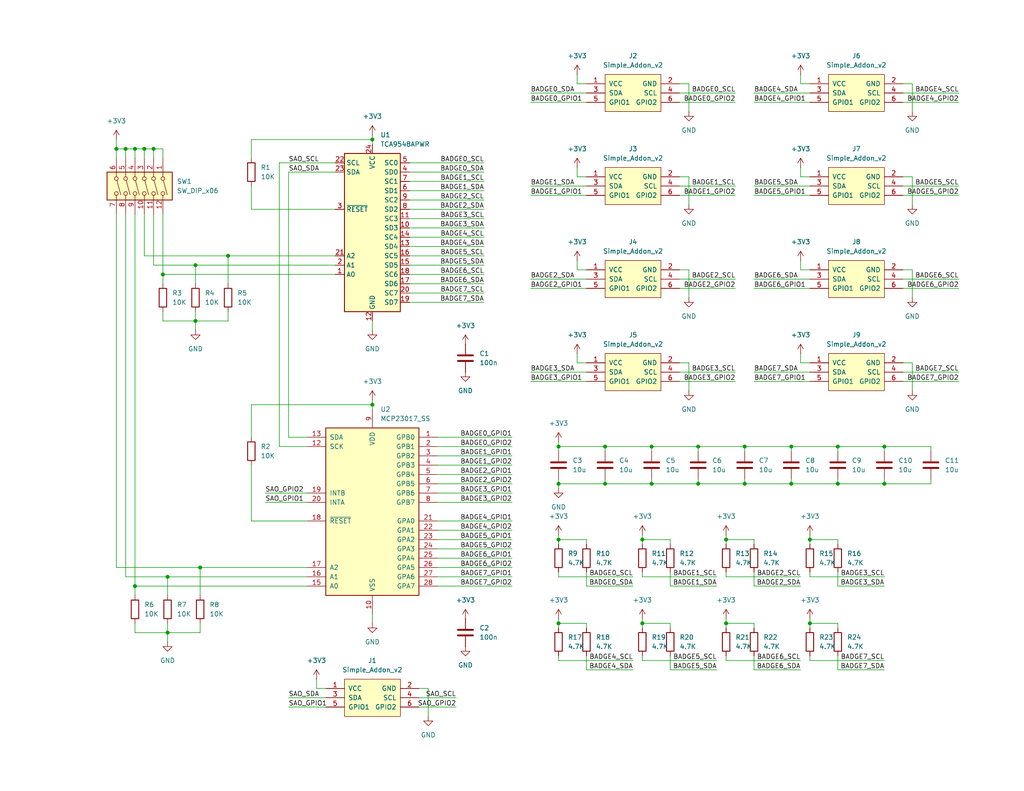
<source format=kicad_sch>
(kicad_sch (version 20231120) (generator "eeschema") (generator_version "8.0")
  (paper "USLetter")
  (lib_symbols
    (symbol "Device:C" (pin_numbers hide) (pin_names (offset 0.254))
      (property "Reference" "C" (at 0.635 2.54 0))
      (property "Value" "C" (at 0.635 -2.54 0))
      (symbol "C_1_1"
        (pin passive line (at 0 3.81 270) (length 2.794) (name "~") (number "1"))
        (pin passive line (at 0 -3.81 90) (length 2.794) (name "~") (number "2"))
      )
    )
    (symbol "Device:R" (pin_numbers hide) (pin_names (offset 0))
      (property "Reference" "R" (at 2.032 0 90))
      (property "Value" "R" (at 0 0 90))
      (symbol "R_1_1"
        (pin passive line (at 0 3.81 270) (length 1.27) (name "~") (number "1"))
        (pin passive line (at 0 -3.81 90) (length 1.27) (name "~") (number "2"))
      )
    )
    (symbol "Interface_Expansion:MCP23017_SS" (pin_names (offset 1.016))
      (property "Reference" "U" (at -11.43 24.13 0))
      (property "Value" "MCP23017_SS" (at 0 0 0))
      (symbol "MCP23017_SS_1_1"
        (pin bidirectional line (at 17.78 20.32 180) (length 5.08) (name "GPB0") (number "1"))
        (pin power_in line (at 0 -27.94 90) (length 5.08) (name "VSS") (number "10"))
        (pin no_connect line (at -12.7 15.24 0) (length 5.08) hide (name "NC") (number "11"))
        (pin input line (at -17.78 17.78 0) (length 5.08) (name "SCK") (number "12"))
        (pin bidirectional line (at -17.78 20.32 0) (length 5.08) (name "SDA") (number "13"))
        (pin no_connect line (at -12.7 12.7 0) (length 5.08) hide (name "NC") (number "14"))
        (pin input line (at -17.78 -20.32 0) (length 5.08) (name "A0") (number "15"))
        (pin input line (at -17.78 -17.78 0) (length 5.08) (name "A1") (number "16"))
        (pin input line (at -17.78 -15.24 0) (length 5.08) (name "A2") (number "17"))
        (pin input line (at -17.78 -2.54 0) (length 5.08) (name "~{RESET}") (number "18"))
        (pin tri_state line (at -17.78 5.08 0) (length 5.08) (name "INTB") (number "19"))
        (pin bidirectional line (at 17.78 17.78 180) (length 5.08) (name "GPB1") (number "2"))
        (pin tri_state line (at -17.78 2.54 0) (length 5.08) (name "INTA") (number "20"))
        (pin bidirectional line (at 17.78 -2.54 180) (length 5.08) (name "GPA0") (number "21"))
        (pin bidirectional line (at 17.78 -5.08 180) (length 5.08) (name "GPA1") (number "22"))
        (pin bidirectional line (at 17.78 -7.62 180) (length 5.08) (name "GPA2") (number "23"))
        (pin bidirectional line (at 17.78 -10.16 180) (length 5.08) (name "GPA3") (number "24"))
        (pin bidirectional line (at 17.78 -12.7 180) (length 5.08) (name "GPA4") (number "25"))
        (pin bidirectional line (at 17.78 -15.24 180) (length 5.08) (name "GPA5") (number "26"))
        (pin bidirectional line (at 17.78 -17.78 180) (length 5.08) (name "GPA6") (number "27"))
        (pin bidirectional line (at 17.78 -20.32 180) (length 5.08) (name "GPA7") (number "28"))
        (pin bidirectional line (at 17.78 15.24 180) (length 5.08) (name "GPB2") (number "3"))
        (pin bidirectional line (at 17.78 12.7 180) (length 5.08) (name "GPB3") (number "4"))
        (pin bidirectional line (at 17.78 10.16 180) (length 5.08) (name "GPB4") (number "5"))
        (pin bidirectional line (at 17.78 7.62 180) (length 5.08) (name "GPB5") (number "6"))
        (pin bidirectional line (at 17.78 5.08 180) (length 5.08) (name "GPB6") (number "7"))
        (pin bidirectional line (at 17.78 2.54 180) (length 5.08) (name "GPB7") (number "8"))
        (pin power_in line (at 0 27.94 270) (length 5.08) (name "VDD") (number "9"))
      )
    )
    (symbol "Interface_Expansion:TCA9548APWR"
      (property "Reference" "U" (at -7.62 21.59 0))
      (property "Value" "TCA9548APWR" (at 1.016 21.59 0))
      (symbol "TCA9548APWR_1_1"
        (pin input line (at -10.16 -12.7 0) (length 2.54) (name "A0") (number "1"))
        (pin bidirectional line (at 10.16 0 180) (length 2.54) (name "SD3") (number "10"))
        (pin output line (at 10.16 2.54 180) (length 2.54) (name "SC3") (number "11"))
        (pin power_in line (at 0 -25.4 90) (length 2.54) (name "GND") (number "12"))
        (pin bidirectional line (at 10.16 -5.08 180) (length 2.54) (name "SD4") (number "13"))
        (pin output line (at 10.16 -2.54 180) (length 2.54) (name "SC4") (number "14"))
        (pin bidirectional line (at 10.16 -10.16 180) (length 2.54) (name "SD5") (number "15"))
        (pin output line (at 10.16 -7.62 180) (length 2.54) (name "SC5") (number "16"))
        (pin bidirectional line (at 10.16 -15.24 180) (length 2.54) (name "SD6") (number "17"))
        (pin output line (at 10.16 -12.7 180) (length 2.54) (name "SC6") (number "18"))
        (pin bidirectional line (at 10.16 -20.32 180) (length 2.54) (name "SD7") (number "19"))
        (pin input line (at -10.16 -10.16 0) (length 2.54) (name "A1") (number "2"))
        (pin output line (at 10.16 -17.78 180) (length 2.54) (name "SC7") (number "20"))
        (pin input line (at -10.16 -7.62 0) (length 2.54) (name "A2") (number "21"))
        (pin input line (at -10.16 17.78 0) (length 2.54) (name "SCL") (number "22"))
        (pin bidirectional line (at -10.16 15.24 0) (length 2.54) (name "SDA") (number "23"))
        (pin power_in line (at 0 22.86 270) (length 2.54) (name "VCC") (number "24"))
        (pin input line (at -10.16 5.08 0) (length 2.54) (name "~{RESET}") (number "3"))
        (pin bidirectional line (at 10.16 15.24 180) (length 2.54) (name "SD0") (number "4"))
        (pin output line (at 10.16 17.78 180) (length 2.54) (name "SC0") (number "5"))
        (pin bidirectional line (at 10.16 10.16 180) (length 2.54) (name "SD1") (number "6"))
        (pin output line (at 10.16 12.7 180) (length 2.54) (name "SC1") (number "7"))
        (pin bidirectional line (at 10.16 5.08 180) (length 2.54) (name "SD2") (number "8"))
        (pin output line (at 10.16 7.62 180) (length 2.54) (name "SC2") (number "9"))
      )
    )
    (symbol "Simple_Addon_v2:Simple_Addon_v2" (pin_names (offset 1.016))
      (property "Reference" "X" (at 0 0 0))
      (property "Value" "Simple_Addon_v2" (at 0.254 0 0))
      (symbol "Simple_Addon_v2_1_1"
        (pin input line (at -12.7 2.54 0) (length 5.08) (name "VCC") (number "1"))
        (pin input line (at 12.7 2.54 180) (length 5.08) (name "GND") (number "2"))
        (pin input line (at -12.7 0 0) (length 5.08) (name "SDA") (number "3"))
        (pin input line (at 12.7 0 180) (length 5.08) (name "SCL") (number "4"))
        (pin input line (at -12.7 -2.54 0) (length 5.08) (name "GPIO1") (number "5"))
        (pin input line (at 12.7 -2.54 180) (length 5.08) (name "GPIO2") (number "6"))
      )
    )
    (symbol "Switch:SW_DIP_x06" (pin_names (offset 0) hide)
      (property "Reference" "SW" (at 0 11.43 0))
      (property "Value" "SW_DIP_x06" (at 0 -8.89 0))
      (symbol "SW_DIP_x06_1_1"
        (pin passive line (at -7.62 7.62 0) (length 5.08) (name "~") (number "1"))
        (pin passive line (at 7.62 2.54 180) (length 5.08) (name "~") (number "10"))
        (pin passive line (at 7.62 5.08 180) (length 5.08) (name "~") (number "11"))
        (pin passive line (at 7.62 7.62 180) (length 5.08) (name "~") (number "12"))
        (pin passive line (at -7.62 5.08 0) (length 5.08) (name "~") (number "2"))
        (pin passive line (at -7.62 2.54 0) (length 5.08) (name "~") (number "3"))
        (pin passive line (at -7.62 0 0) (length 5.08) (name "~") (number "4"))
        (pin passive line (at -7.62 -2.54 0) (length 5.08) (name "~") (number "5"))
        (pin passive line (at -7.62 -5.08 0) (length 5.08) (name "~") (number "6"))
        (pin passive line (at 7.62 -5.08 180) (length 5.08) (name "~") (number "7"))
        (pin passive line (at 7.62 -2.54 180) (length 5.08) (name "~") (number "8"))
        (pin passive line (at 7.62 0 180) (length 5.08) (name "~") (number "9"))
      )
    )
    (symbol "power:+3V3" (power) (pin_numbers hide) (pin_names (offset 0) hide)
      (property "Value" "+3V3" (at 0 3.556 0))
      (symbol "+3V3_1_1"
        (pin power_in line (at 0 0 90) (length 0) (name "~") (number "1"))
      )
    )
    (symbol "power:GND" (power) (pin_numbers hide) (pin_names (offset 0) hide)
      (property "Value" "GND" (at 0 -3.81 0))
      (symbol "GND_1_1"
        (pin power_in line (at 0 0 270) (length 0) (name "~") (number "1"))
      )
    )
  )
  (junction (at 198.12 170.18))
  (junction (at 175.26 170.18))
  (junction (at 152.4 170.18))
  (junction (at 53.34 72.39))
  (junction (at 53.34 87.63))
  (junction (at 34.29 40.64))
  (junction (at 175.26 147.32))
  (junction (at 228.6 132.08))
  (junction (at 44.45 74.93))
  (junction (at 31.75 40.64))
  (junction (at 45.72 172.72))
  (junction (at 241.3 121.92))
  (junction (at 220.98 170.18))
  (junction (at 177.8 132.08))
  (junction (at 228.6 121.92))
  (junction (at 241.3 132.08))
  (junction (at 62.23 69.85))
  (junction (at 36.83 160.02))
  (junction (at 165.1 132.08))
  (junction (at 203.2 132.08))
  (junction (at 190.5 121.92))
  (junction (at 41.91 40.64))
  (junction (at 36.83 40.64))
  (junction (at 203.2 121.92))
  (junction (at 101.6 38.1))
  (junction (at 215.9 121.92))
  (junction (at 215.9 132.08))
  (junction (at 220.98 147.32))
  (junction (at 177.8 121.92))
  (junction (at 54.61 154.94))
  (junction (at 39.37 40.64))
  (junction (at 101.6 110.49))
  (junction (at 152.4 121.92))
  (junction (at 45.72 157.48))
  (junction (at 152.4 147.32))
  (junction (at 198.12 147.32))
  (junction (at 152.4 132.08))
  (junction (at 165.1 121.92))
  (junction (at 190.5 132.08))
  (wire (pts (xy 119.38 134.62) (xy 139.7 134.62)))
  (wire (pts (xy 62.23 87.63) (xy 62.23 85.09)))
  (wire (pts (xy 111.76 57.15) (xy 132.08 57.15)))
  (wire (pts (xy 220.98 73.66) (xy 218.44 73.66)))
  (wire (pts (xy 228.6 132.08) (xy 241.3 132.08)))
  (wire (pts (xy 36.83 160.02) (xy 36.83 58.42)))
  (wire (pts (xy 36.83 160.02) (xy 36.83 162.56)))
  (wire (pts (xy 119.38 137.16) (xy 139.7 137.16)))
  (wire (pts (xy 175.26 180.34) (xy 195.58 180.34)))
  (wire (pts (xy 185.42 78.74) (xy 200.66 78.74)))
  (wire (pts (xy 215.9 130.81) (xy 215.9 132.08)))
  (wire (pts (xy 220.98 22.86) (xy 218.44 22.86)))
  (wire (pts (xy 205.74 182.88) (xy 218.44 182.88)))
  (wire (pts (xy 215.9 121.92) (xy 228.6 121.92)))
  (wire (pts (xy 198.12 180.34) (xy 218.44 180.34)))
  (wire (pts (xy 205.74 156.21) (xy 205.74 160.02)))
  (wire (pts (xy 144.78 27.94) (xy 160.02 27.94)))
  (wire (pts (xy 111.76 72.39) (xy 132.08 72.39)))
  (wire (pts (xy 228.6 147.32) (xy 228.6 148.59)))
  (wire (pts (xy 246.38 25.4) (xy 261.62 25.4)))
  (wire (pts (xy 160.02 170.18) (xy 160.02 171.45)))
  (wire (pts (xy 101.6 110.49) (xy 101.6 111.76)))
  (wire (pts (xy 175.26 147.32) (xy 182.88 147.32)))
  (wire (pts (xy 78.74 193.04) (xy 88.9 193.04)))
  (wire (pts (xy 111.76 62.23) (xy 132.08 62.23)))
  (wire (pts (xy 182.88 182.88) (xy 195.58 182.88)))
  (wire (pts (xy 111.76 77.47) (xy 132.08 77.47)))
  (wire (pts (xy 119.38 127) (xy 139.7 127)))
  (wire (pts (xy 218.44 71.12) (xy 218.44 73.66)))
  (wire (pts (xy 44.45 87.63) (xy 44.45 85.09)))
  (wire (pts (xy 198.12 156.21) (xy 198.12 157.48)))
  (wire (pts (xy 111.76 82.55) (xy 132.08 82.55)))
  (wire (pts (xy 45.72 157.48) (xy 45.72 162.56)))
  (wire (pts (xy 111.76 64.77) (xy 132.08 64.77)))
  (wire (pts (xy 220.98 48.26) (xy 218.44 48.26)))
  (wire (pts (xy 177.8 132.08) (xy 190.5 132.08)))
  (wire (pts (xy 205.74 76.2) (xy 220.98 76.2)))
  (wire (pts (xy 45.72 170.18) (xy 45.72 172.72)))
  (wire (pts (xy 119.38 132.08) (xy 139.7 132.08)))
  (wire (pts (xy 34.29 40.64) (xy 34.29 43.18)))
  (wire (pts (xy 54.61 154.94) (xy 54.61 162.56)))
  (wire (pts (xy 228.6 160.02) (xy 241.3 160.02)))
  (wire (pts (xy 39.37 40.64) (xy 41.91 40.64)))
  (wire (pts (xy 228.6 130.81) (xy 228.6 132.08)))
  (wire (pts (xy 53.34 72.39) (xy 53.34 77.47)))
  (wire (pts (xy 241.3 121.92) (xy 254 121.92)))
  (wire (pts (xy 203.2 132.08) (xy 215.9 132.08)))
  (wire (pts (xy 68.58 110.49) (xy 68.58 119.38)))
  (wire (pts (xy 91.44 69.85) (xy 62.23 69.85)))
  (wire (pts (xy 198.12 170.18) (xy 205.74 170.18)))
  (wire (pts (xy 144.78 104.14) (xy 160.02 104.14)))
  (wire (pts (xy 228.6 182.88) (xy 241.3 182.88)))
  (wire (pts (xy 175.26 156.21) (xy 175.26 157.48)))
  (wire (pts (xy 116.84 187.96) (xy 114.3 187.96)))
  (wire (pts (xy 119.38 142.24) (xy 139.7 142.24)))
  (wire (pts (xy 203.2 121.92) (xy 203.2 123.19)))
  (wire (pts (xy 101.6 87.63) (xy 101.6 90.17)))
  (wire (pts (xy 41.91 40.64) (xy 41.91 43.18)))
  (wire (pts (xy 31.75 40.64) (xy 34.29 40.64)))
  (wire (pts (xy 220.98 147.32) (xy 220.98 148.59)))
  (wire (pts (xy 228.6 121.92) (xy 228.6 123.19)))
  (wire (pts (xy 246.38 50.8) (xy 261.62 50.8)))
  (wire (pts (xy 175.26 147.32) (xy 175.26 148.59)))
  (wire (pts (xy 78.74 119.38) (xy 83.82 119.38)))
  (wire (pts (xy 78.74 46.99) (xy 78.74 119.38)))
  (wire (pts (xy 157.48 45.72) (xy 157.48 48.26)))
  (wire (pts (xy 198.12 147.32) (xy 198.12 148.59)))
  (wire (pts (xy 218.44 45.72) (xy 218.44 48.26)))
  (wire (pts (xy 144.78 78.74) (xy 160.02 78.74)))
  (wire (pts (xy 53.34 85.09) (xy 53.34 87.63)))
  (wire (pts (xy 220.98 179.07) (xy 220.98 180.34)))
  (wire (pts (xy 114.3 193.04) (xy 124.46 193.04)))
  (wire (pts (xy 45.72 172.72) (xy 36.83 172.72)))
  (wire (pts (xy 119.38 157.48) (xy 139.7 157.48)))
  (wire (pts (xy 34.29 40.64) (xy 36.83 40.64)))
  (wire (pts (xy 248.92 22.86) (xy 246.38 22.86)))
  (wire (pts (xy 218.44 96.52) (xy 218.44 99.06)))
  (wire (pts (xy 182.88 147.32) (xy 182.88 148.59)))
  (wire (pts (xy 91.44 72.39) (xy 53.34 72.39)))
  (wire (pts (xy 185.42 27.94) (xy 200.66 27.94)))
  (wire (pts (xy 203.2 130.81) (xy 203.2 132.08)))
  (wire (pts (xy 119.38 149.86) (xy 139.7 149.86)))
  (wire (pts (xy 175.26 146.05) (xy 175.26 147.32)))
  (wire (pts (xy 241.3 121.92) (xy 241.3 123.19)))
  (wire (pts (xy 165.1 121.92) (xy 165.1 123.19)))
  (wire (pts (xy 119.38 129.54) (xy 139.7 129.54)))
  (wire (pts (xy 185.42 25.4) (xy 200.66 25.4)))
  (wire (pts (xy 220.98 146.05) (xy 220.98 147.32)))
  (wire (pts (xy 198.12 179.07) (xy 198.12 180.34)))
  (wire (pts (xy 53.34 87.63) (xy 62.23 87.63)))
  (wire (pts (xy 44.45 74.93) (xy 44.45 77.47)))
  (wire (pts (xy 53.34 87.63) (xy 44.45 87.63)))
  (wire (pts (xy 119.38 119.38) (xy 139.7 119.38)))
  (wire (pts (xy 220.98 99.06) (xy 218.44 99.06)))
  (wire (pts (xy 246.38 104.14) (xy 261.62 104.14)))
  (wire (pts (xy 205.74 147.32) (xy 205.74 148.59)))
  (wire (pts (xy 152.4 180.34) (xy 172.72 180.34)))
  (wire (pts (xy 152.4 146.05) (xy 152.4 147.32)))
  (wire (pts (xy 54.61 154.94) (xy 31.75 154.94)))
  (wire (pts (xy 248.92 99.06) (xy 246.38 99.06)))
  (wire (pts (xy 39.37 69.85) (xy 39.37 58.42)))
  (wire (pts (xy 152.4 147.32) (xy 160.02 147.32)))
  (wire (pts (xy 111.76 59.69) (xy 132.08 59.69)))
  (wire (pts (xy 44.45 40.64) (xy 44.45 43.18)))
  (wire (pts (xy 152.4 121.92) (xy 152.4 123.19)))
  (wire (pts (xy 114.3 190.5) (xy 124.46 190.5)))
  (wire (pts (xy 228.6 121.92) (xy 241.3 121.92)))
  (wire (pts (xy 248.92 30.48) (xy 248.92 22.86)))
  (wire (pts (xy 228.6 156.21) (xy 228.6 160.02)))
  (wire (pts (xy 220.98 170.18) (xy 228.6 170.18)))
  (wire (pts (xy 76.2 121.92) (xy 76.2 44.45)))
  (wire (pts (xy 91.44 57.15) (xy 68.58 57.15)))
  (wire (pts (xy 144.78 53.34) (xy 160.02 53.34)))
  (wire (pts (xy 160.02 179.07) (xy 160.02 182.88)))
  (wire (pts (xy 31.75 154.94) (xy 31.75 58.42)))
  (wire (pts (xy 68.58 57.15) (xy 68.58 50.8)))
  (wire (pts (xy 91.44 74.93) (xy 44.45 74.93)))
  (wire (pts (xy 254 132.08) (xy 254 130.81)))
  (wire (pts (xy 34.29 157.48) (xy 34.29 58.42)))
  (wire (pts (xy 83.82 154.94) (xy 54.61 154.94)))
  (wire (pts (xy 160.02 182.88) (xy 172.72 182.88)))
  (wire (pts (xy 160.02 99.06) (xy 157.48 99.06)))
  (wire (pts (xy 198.12 147.32) (xy 205.74 147.32)))
  (wire (pts (xy 45.72 172.72) (xy 54.61 172.72)))
  (wire (pts (xy 144.78 76.2) (xy 160.02 76.2)))
  (wire (pts (xy 248.92 106.68) (xy 248.92 99.06)))
  (wire (pts (xy 53.34 87.63) (xy 53.34 90.17)))
  (wire (pts (xy 182.88 179.07) (xy 182.88 182.88)))
  (wire (pts (xy 215.9 121.92) (xy 215.9 123.19)))
  (wire (pts (xy 198.12 168.91) (xy 198.12 170.18)))
  (wire (pts (xy 160.02 147.32) (xy 160.02 148.59)))
  (wire (pts (xy 175.26 157.48) (xy 195.58 157.48)))
  (wire (pts (xy 205.74 170.18) (xy 205.74 171.45)))
  (wire (pts (xy 152.4 170.18) (xy 152.4 171.45)))
  (wire (pts (xy 101.6 110.49) (xy 68.58 110.49)))
  (wire (pts (xy 119.38 121.92) (xy 139.7 121.92)))
  (wire (pts (xy 187.96 99.06) (xy 185.42 99.06)))
  (wire (pts (xy 111.76 54.61) (xy 132.08 54.61)))
  (wire (pts (xy 246.38 53.34) (xy 261.62 53.34)))
  (wire (pts (xy 101.6 38.1) (xy 101.6 39.37)))
  (wire (pts (xy 31.75 38.1) (xy 31.75 40.64)))
  (wire (pts (xy 205.74 78.74) (xy 220.98 78.74)))
  (wire (pts (xy 144.78 101.6) (xy 160.02 101.6)))
  (wire (pts (xy 39.37 40.64) (xy 39.37 43.18)))
  (wire (pts (xy 220.98 157.48) (xy 241.3 157.48)))
  (wire (pts (xy 190.5 121.92) (xy 203.2 121.92)))
  (wire (pts (xy 248.92 48.26) (xy 246.38 48.26)))
  (wire (pts (xy 187.96 106.68) (xy 187.96 99.06)))
  (wire (pts (xy 31.75 40.64) (xy 31.75 43.18)))
  (wire (pts (xy 144.78 25.4) (xy 160.02 25.4)))
  (wire (pts (xy 157.48 71.12) (xy 157.48 73.66)))
  (wire (pts (xy 187.96 55.88) (xy 187.96 48.26)))
  (wire (pts (xy 175.26 170.18) (xy 175.26 171.45)))
  (wire (pts (xy 116.84 195.58) (xy 116.84 187.96)))
  (wire (pts (xy 83.82 160.02) (xy 36.83 160.02)))
  (wire (pts (xy 205.74 53.34) (xy 220.98 53.34)))
  (wire (pts (xy 205.74 50.8) (xy 220.98 50.8)))
  (wire (pts (xy 175.26 179.07) (xy 175.26 180.34)))
  (wire (pts (xy 45.72 157.48) (xy 34.29 157.48)))
  (wire (pts (xy 36.83 40.64) (xy 39.37 40.64)))
  (wire (pts (xy 198.12 146.05) (xy 198.12 147.32)))
  (wire (pts (xy 157.48 20.32) (xy 157.48 22.86)))
  (wire (pts (xy 36.83 40.64) (xy 36.83 43.18)))
  (wire (pts (xy 119.38 124.46) (xy 139.7 124.46)))
  (wire (pts (xy 165.1 130.81) (xy 165.1 132.08)))
  (wire (pts (xy 111.76 44.45) (xy 132.08 44.45)))
  (wire (pts (xy 101.6 36.83) (xy 101.6 38.1)))
  (wire (pts (xy 44.45 74.93) (xy 44.45 58.42)))
  (wire (pts (xy 220.98 156.21) (xy 220.98 157.48)))
  (wire (pts (xy 187.96 73.66) (xy 185.42 73.66)))
  (wire (pts (xy 198.12 170.18) (xy 198.12 171.45)))
  (wire (pts (xy 119.38 144.78) (xy 139.7 144.78)))
  (wire (pts (xy 152.4 168.91) (xy 152.4 170.18)))
  (wire (pts (xy 160.02 48.26) (xy 157.48 48.26)))
  (wire (pts (xy 248.92 55.88) (xy 248.92 48.26)))
  (wire (pts (xy 175.26 170.18) (xy 182.88 170.18)))
  (wire (pts (xy 246.38 27.94) (xy 261.62 27.94)))
  (wire (pts (xy 220.98 168.91) (xy 220.98 170.18)))
  (wire (pts (xy 220.98 180.34) (xy 241.3 180.34)))
  (wire (pts (xy 215.9 132.08) (xy 228.6 132.08)))
  (wire (pts (xy 152.4 132.08) (xy 152.4 133.35)))
  (wire (pts (xy 185.42 76.2) (xy 200.66 76.2)))
  (wire (pts (xy 241.3 130.81) (xy 241.3 132.08)))
  (wire (pts (xy 160.02 160.02) (xy 172.72 160.02)))
  (wire (pts (xy 101.6 167.64) (xy 101.6 170.18)))
  (wire (pts (xy 160.02 22.86) (xy 157.48 22.86)))
  (wire (pts (xy 78.74 190.5) (xy 88.9 190.5)))
  (wire (pts (xy 152.4 120.65) (xy 152.4 121.92)))
  (wire (pts (xy 205.74 179.07) (xy 205.74 182.88)))
  (wire (pts (xy 248.92 81.28) (xy 248.92 73.66)))
  (wire (pts (xy 152.4 156.21) (xy 152.4 157.48)))
  (wire (pts (xy 205.74 25.4) (xy 220.98 25.4)))
  (wire (pts (xy 88.9 187.96) (xy 86.36 187.96)))
  (wire (pts (xy 248.92 73.66) (xy 246.38 73.66)))
  (wire (pts (xy 185.42 50.8) (xy 200.66 50.8)))
  (wire (pts (xy 119.38 147.32) (xy 139.7 147.32)))
  (wire (pts (xy 152.4 130.81) (xy 152.4 132.08)))
  (wire (pts (xy 101.6 38.1) (xy 68.58 38.1)))
  (wire (pts (xy 228.6 179.07) (xy 228.6 182.88)))
  (wire (pts (xy 119.38 160.02) (xy 139.7 160.02)))
  (wire (pts (xy 175.26 168.91) (xy 175.26 170.18)))
  (wire (pts (xy 152.4 179.07) (xy 152.4 180.34)))
  (wire (pts (xy 119.38 154.94) (xy 139.7 154.94)))
  (wire (pts (xy 190.5 121.92) (xy 190.5 123.19)))
  (wire (pts (xy 198.12 157.48) (xy 218.44 157.48)))
  (wire (pts (xy 182.88 156.21) (xy 182.88 160.02)))
  (wire (pts (xy 228.6 170.18) (xy 228.6 171.45)))
  (wire (pts (xy 160.02 73.66) (xy 157.48 73.66)))
  (wire (pts (xy 111.76 49.53) (xy 132.08 49.53)))
  (wire (pts (xy 53.34 72.39) (xy 41.91 72.39)))
  (wire (pts (xy 246.38 76.2) (xy 261.62 76.2)))
  (wire (pts (xy 190.5 130.81) (xy 190.5 132.08)))
  (wire (pts (xy 205.74 160.02) (xy 218.44 160.02)))
  (wire (pts (xy 187.96 30.48) (xy 187.96 22.86)))
  (wire (pts (xy 83.82 142.24) (xy 68.58 142.24)))
  (wire (pts (xy 152.4 121.92) (xy 165.1 121.92)))
  (wire (pts (xy 246.38 101.6) (xy 261.62 101.6)))
  (wire (pts (xy 72.39 137.16) (xy 83.82 137.16)))
  (wire (pts (xy 182.88 160.02) (xy 195.58 160.02)))
  (wire (pts (xy 111.76 69.85) (xy 132.08 69.85)))
  (wire (pts (xy 205.74 27.94) (xy 220.98 27.94)))
  (wire (pts (xy 41.91 72.39) (xy 41.91 58.42)))
  (wire (pts (xy 119.38 152.4) (xy 139.7 152.4)))
  (wire (pts (xy 111.76 74.93) (xy 132.08 74.93)))
  (wire (pts (xy 177.8 121.92) (xy 177.8 123.19)))
  (wire (pts (xy 91.44 46.99) (xy 78.74 46.99)))
  (wire (pts (xy 101.6 109.22) (xy 101.6 110.49)))
  (wire (pts (xy 182.88 170.18) (xy 182.88 171.45)))
  (wire (pts (xy 36.83 172.72) (xy 36.83 170.18)))
  (wire (pts (xy 185.42 104.14) (xy 200.66 104.14)))
  (wire (pts (xy 165.1 121.92) (xy 177.8 121.92)))
  (wire (pts (xy 54.61 172.72) (xy 54.61 170.18)))
  (wire (pts (xy 76.2 44.45) (xy 91.44 44.45)))
  (wire (pts (xy 152.4 147.32) (xy 152.4 148.59)))
  (wire (pts (xy 72.39 134.62) (xy 83.82 134.62)))
  (wire (pts (xy 111.76 80.01) (xy 132.08 80.01)))
  (wire (pts (xy 111.76 67.31) (xy 132.08 67.31)))
  (wire (pts (xy 187.96 81.28) (xy 187.96 73.66)))
  (wire (pts (xy 152.4 132.08) (xy 165.1 132.08)))
  (wire (pts (xy 111.76 52.07) (xy 132.08 52.07)))
  (wire (pts (xy 177.8 130.81) (xy 177.8 132.08)))
  (wire (pts (xy 68.58 38.1) (xy 68.58 43.18)))
  (wire (pts (xy 152.4 170.18) (xy 160.02 170.18)))
  (wire (pts (xy 185.42 53.34) (xy 200.66 53.34)))
  (wire (pts (xy 83.82 121.92) (xy 76.2 121.92)))
  (wire (pts (xy 86.36 185.42) (xy 86.36 187.96)))
  (wire (pts (xy 83.82 157.48) (xy 45.72 157.48)))
  (wire (pts (xy 41.91 40.64) (xy 44.45 40.64)))
  (wire (pts (xy 187.96 22.86) (xy 185.42 22.86)))
  (wire (pts (xy 45.72 172.72) (xy 45.72 175.26)))
  (wire (pts (xy 205.74 104.14) (xy 220.98 104.14)))
  (wire (pts (xy 68.58 142.24) (xy 68.58 127)))
  (wire (pts (xy 152.4 157.48) (xy 172.72 157.48)))
  (wire (pts (xy 160.02 156.21) (xy 160.02 160.02)))
  (wire (pts (xy 241.3 132.08) (xy 254 132.08)))
  (wire (pts (xy 190.5 132.08) (xy 203.2 132.08)))
  (wire (pts (xy 203.2 121.92) (xy 215.9 121.92)))
  (wire (pts (xy 177.8 121.92) (xy 190.5 121.92)))
  (wire (pts (xy 165.1 132.08) (xy 177.8 132.08)))
  (wire (pts (xy 111.76 46.99) (xy 132.08 46.99)))
  (wire (pts (xy 187.96 48.26) (xy 185.42 48.26)))
  (wire (pts (xy 62.23 69.85) (xy 39.37 69.85)))
  (wire (pts (xy 254 121.92) (xy 254 123.19)))
  (wire (pts (xy 218.44 20.32) (xy 218.44 22.86)))
  (wire (pts (xy 157.48 96.52) (xy 157.48 99.06)))
  (wire (pts (xy 144.78 50.8) (xy 160.02 50.8)))
  (wire (pts (xy 62.23 69.85) (xy 62.23 77.47)))
  (wire (pts (xy 220.98 170.18) (xy 220.98 171.45)))
  (wire (pts (xy 246.38 78.74) (xy 261.62 78.74)))
  (wire (pts (xy 205.74 101.6) (xy 220.98 101.6)))
  (wire (pts (xy 185.42 101.6) (xy 200.66 101.6)))
  (wire (pts (xy 220.98 147.32) (xy 228.6 147.32)))
  (label "BADGE5_SCL" (at 261.62 50.8 180))
  (label "BADGE3_GPIO1" (at 139.7 134.62 180))
  (label "BADGE3_SCL" (at 132.08 59.69 180))
  (label "BADGE3_SCL" (at 241.3 157.48 180))
  (label "BADGE0_GPIO2" (at 139.7 121.92 180))
  (label "BADGE6_SDA" (at 205.74 76.2 0))
  (label "BADGE0_SDA" (at 172.72 160.02 180))
  (label "BADGE4_SDA" (at 205.74 25.4 0))
  (label "BADGE1_GPIO2" (at 139.7 127 180))
  (label "BADGE6_SCL" (at 132.08 74.93 180))
  (label "BADGE3_GPIO2" (at 139.7 137.16 180))
  (label "BADGE1_SDA" (at 132.08 52.07 180))
  (label "SAO_GPIO2" (at 124.46 193.04 180))
  (label "BADGE3_GPIO1" (at 144.78 104.14 0))
  (label "BADGE7_GPIO2" (at 261.62 104.14 180))
  (label "BADGE2_SCL" (at 218.44 157.48 180))
  (label "BADGE5_GPIO2" (at 261.62 53.34 180))
  (label "BADGE1_SDA" (at 144.78 50.8 0))
  (label "BADGE2_SDA" (at 218.44 160.02 180))
  (label "BADGE3_SCL" (at 200.66 101.6 180))
  (label "BADGE3_SDA" (at 241.3 160.02 180))
  (label "BADGE7_SDA" (at 241.3 182.88 180))
  (label "BADGE6_SCL" (at 218.44 180.34 180))
  (label "BADGE6_GPIO2" (at 261.62 78.74 180))
  (label "BADGE1_SCL" (at 132.08 49.53 180))
  (label "BADGE1_GPIO1" (at 139.7 124.46 180))
  (label "BADGE5_SDA" (at 195.58 182.88 180))
  (label "BADGE3_GPIO2" (at 200.66 104.14 180))
  (label "BADGE6_SDA" (at 132.08 77.47 180))
  (label "BADGE1_SCL" (at 195.58 157.48 180))
  (label "SAO_GPIO2" (at 72.39 134.62 0))
  (label "BADGE5_SDA" (at 205.74 50.8 0))
  (label "BADGE0_SCL" (at 172.72 157.48 180))
  (label "BADGE1_SCL" (at 200.66 50.8 180))
  (label "BADGE6_SCL" (at 261.62 76.2 180))
  (label "BADGE2_SCL" (at 132.08 54.61 180))
  (label "BADGE5_SCL" (at 195.58 180.34 180))
  (label "BADGE0_GPIO2" (at 200.66 27.94 180))
  (label "BADGE7_GPIO2" (at 139.7 160.02 180))
  (label "BADGE3_SDA" (at 144.78 101.6 0))
  (label "BADGE4_GPIO1" (at 205.74 27.94 0))
  (label "BADGE4_SDA" (at 132.08 67.31 180))
  (label "SAO_SDA" (at 78.74 190.5 0))
  (label "BADGE2_GPIO1" (at 139.7 129.54 180))
  (label "BADGE2_SCL" (at 200.66 76.2 180))
  (label "BADGE5_GPIO1" (at 205.74 53.34 0))
  (label "SAO_GPIO1" (at 72.39 137.16 0))
  (label "BADGE7_SCL" (at 241.3 180.34 180))
  (label "BADGE1_GPIO2" (at 200.66 53.34 180))
  (label "SAO_SDA" (at 78.74 46.99 0))
  (label "BADGE6_GPIO1" (at 205.74 78.74 0))
  (label "BADGE2_GPIO1" (at 144.78 78.74 0))
  (label "BADGE1_SDA" (at 195.58 160.02 180))
  (label "BADGE7_GPIO1" (at 139.7 157.48 180))
  (label "BADGE2_SDA" (at 144.78 76.2 0))
  (label "BADGE0_SDA" (at 144.78 25.4 0))
  (label "BADGE2_SDA" (at 132.08 57.15 180))
  (label "BADGE1_GPIO1" (at 144.78 53.34 0))
  (label "BADGE2_GPIO2" (at 200.66 78.74 180))
  (label "BADGE0_SCL" (at 132.08 44.45 180))
  (label "BADGE7_SDA" (at 132.08 82.55 180))
  (label "BADGE6_GPIO1" (at 139.7 152.4 180))
  (label "BADGE0_GPIO1" (at 139.7 119.38 180))
  (label "BADGE4_SCL" (at 261.62 25.4 180))
  (label "SAO_GPIO1" (at 78.74 193.04 0))
  (label "BADGE4_SCL" (at 132.08 64.77 180))
  (label "BADGE4_SCL" (at 172.72 180.34 180))
  (label "BADGE4_GPIO2" (at 261.62 27.94 180))
  (label "SAO_SCL" (at 78.74 44.45 0))
  (label "BADGE7_GPIO1" (at 205.74 104.14 0))
  (label "BADGE5_GPIO2" (at 139.7 149.86 180))
  (label "BADGE0_SDA" (at 132.08 46.99 180))
  (label "BADGE4_GPIO1" (at 139.7 142.24 180))
  (label "BADGE4_SDA" (at 172.72 182.88 180))
  (label "BADGE2_GPIO2" (at 139.7 132.08 180))
  (label "BADGE5_GPIO1" (at 139.7 147.32 180))
  (label "BADGE5_SDA" (at 132.08 72.39 180))
  (label "BADGE0_SCL" (at 200.66 25.4 180))
  (label "BADGE3_SDA" (at 132.08 62.23 180))
  (label "SAO_SCL" (at 124.46 190.5 180))
  (label "BADGE6_GPIO2" (at 139.7 154.94 180))
  (label "BADGE0_GPIO1" (at 144.78 27.94 0))
  (label "BADGE7_SDA" (at 205.74 101.6 0))
  (label "BADGE7_SCL" (at 261.62 101.6 180))
  (label "BADGE6_SDA" (at 218.44 182.88 180))
  (label "BADGE4_GPIO2" (at 139.7 144.78 180))
  (label "BADGE7_SCL" (at 132.08 80.01 180))
  (label "BADGE5_SCL" (at 132.08 69.85 180))
  (symbol (lib_id "power:+3V3") (at 157.48 71.12 0) (unit 1)
    (property "Reference" "#PWR014" (effects (hide yes)))
    (property "Value" "+3V3" (at 157.48 66.04 0))
    (property "Description" "Power symbol creates a global label with name \"+3V3\"" (effects (hide yes)))
  )
  (symbol (lib_id "Device:R") (at 175.26 152.4 0) (unit 1)
    (property "Reference" "R11" (at 177.8 151.1299 0) (effects (justify left)))
    (property "Value" "4.7K" (at 177.8 153.6699 0) (effects (justify left)))
    (property "Footprint" "Resistor_SMD:R_0603_1608Metric_Pad0.98x0.95mm_HandSolder" (effects (hide yes)))
    (property "Description" "Resistor" (effects (hide yes)))
  )
  (symbol (lib_id "power:+3V3") (at 101.6 36.83 0) (unit 1)
    (property "Reference" "#PWR03" (effects (hide yes)))
    (property "Value" "+3V3" (at 101.6 31.75 0))
    (property "Description" "Power symbol creates a global label with name \"+3V3\"" (effects (hide yes)))
  )
  (symbol (lib_id "power:GND") (at 187.96 81.28 0) (unit 1)
    (property "Reference" "#PWR016" (effects (hide yes)))
    (property "Value" "GND" (at 187.96 86.36 0))
    (property "Description" "Power symbol creates a global label with name \"GND\" , ground" (effects (hide yes)))
  )
  (symbol (lib_id "Device:R") (at 44.45 81.28 0) (unit 1)
    (property "Reference" "R3" (at 46.99 80.0099 0) (effects (justify left)))
    (property "Value" "10K" (at 46.99 82.5499 0) (effects (justify left)))
    (property "Footprint" "Resistor_SMD:R_0603_1608Metric_Pad0.98x0.95mm_HandSolder" (effects (hide yes)))
    (property "Description" "Resistor" (effects (hide yes)))
  )
  (symbol (lib_id "power:GND") (at 248.92 81.28 0) (unit 1)
    (property "Reference" "#PWR024" (effects (hide yes)))
    (property "Value" "GND" (at 248.92 86.36 0))
    (property "Description" "Power symbol creates a global label with name \"GND\" , ground" (effects (hide yes)))
  )
  (symbol (lib_id "power:+3V3") (at 127 168.91 0) (unit 1)
    (property "Reference" "#PWR028" (effects (hide yes)))
    (property "Value" "+3V3" (at 127 163.83 0))
    (property "Description" "Power symbol creates a global label with name \"+3V3\"" (effects (hide yes)))
  )
  (symbol (lib_id "power:+3V3") (at 31.75 38.1 0) (unit 1)
    (property "Reference" "#PWR05" (effects (hide yes)))
    (property "Value" "+3V3" (at 31.75 33.02 0))
    (property "Description" "Power symbol creates a global label with name \"+3V3\"" (effects (hide yes)))
  )
  (symbol (lib_id "Simple_Addon_v2:Simple_Addon_v2") (at 172.72 25.4 0) (unit 1)
    (property "Reference" "J2" (at 172.72 15.24 0))
    (property "Value" "Simple_Addon_v2" (at 172.72 17.78 0))
    (property "Footprint" "Simple_Addon_v2:Simple_Addon_v2-BADGE-2x3" (effects (hide yes)))
  )
  (symbol (lib_id "Device:R") (at 205.74 175.26 0) (unit 1)
    (property "Reference" "R22" (at 208.28 173.9899 0) (effects (justify left)))
    (property "Value" "4.7K" (at 208.28 176.5299 0) (effects (justify left)))
    (property "Footprint" "Resistor_SMD:R_0603_1608Metric_Pad0.98x0.95mm_HandSolder" (effects (hide yes)))
    (property "Description" "Resistor" (effects (hide yes)))
  )
  (symbol (lib_id "power:+3V3") (at 157.48 20.32 0) (unit 1)
    (property "Reference" "#PWR010" (effects (hide yes)))
    (property "Value" "+3V3" (at 157.48 15.24 0))
    (property "Description" "Power symbol creates a global label with name \"+3V3\"" (effects (hide yes)))
  )
  (symbol (lib_id "power:+3V3") (at 220.98 168.91 0) (unit 1)
    (property "Reference" "#PWR039" (effects (hide yes)))
    (property "Value" "+3V3" (at 220.98 163.83 0))
    (property "Description" "Power symbol creates a global label with name \"+3V3\"" (effects (hide yes)))
  )
  (symbol (lib_id "power:+3V3") (at 86.36 185.42 0) (unit 1)
    (property "Reference" "#PWR08" (effects (hide yes)))
    (property "Value" "+3V3" (at 86.36 180.34 0))
    (property "Description" "Power symbol creates a global label with name \"+3V3\"" (effects (hide yes)))
  )
  (symbol (lib_id "power:+3V3") (at 175.26 146.05 0) (unit 1)
    (property "Reference" "#PWR033" (effects (hide yes)))
    (property "Value" "+3V3" (at 175.26 140.97 0))
    (property "Description" "Power symbol creates a global label with name \"+3V3\"" (effects (hide yes)))
  )
  (symbol (lib_id "power:+3V3") (at 152.4 168.91 0) (unit 1)
    (property "Reference" "#PWR036" (effects (hide yes)))
    (property "Value" "+3V3" (at 152.4 163.83 0))
    (property "Description" "Power symbol creates a global label with name \"+3V3\"" (effects (hide yes)))
  )
  (symbol (lib_id "Device:R") (at 36.83 166.37 0) (unit 1)
    (property "Reference" "R6" (at 39.37 165.0999 0) (effects (justify left)))
    (property "Value" "10K" (at 39.37 167.6399 0) (effects (justify left)))
    (property "Footprint" "Resistor_SMD:R_0603_1608Metric_Pad0.98x0.95mm_HandSolder" (effects (hide yes)))
    (property "Description" "Resistor" (effects (hide yes)))
  )
  (symbol (lib_id "power:+3V3") (at 175.26 168.91 0) (unit 1)
    (property "Reference" "#PWR037" (effects (hide yes)))
    (property "Value" "+3V3" (at 175.26 163.83 0))
    (property "Description" "Power symbol creates a global label with name \"+3V3\"" (effects (hide yes)))
  )
  (symbol (lib_id "power:GND") (at 127 176.53 0) (unit 1)
    (property "Reference" "#PWR029" (effects (hide yes)))
    (property "Value" "GND" (at 127 181.61 0))
    (property "Description" "Power symbol creates a global label with name \"GND\" , ground" (effects (hide yes)))
  )
  (symbol (lib_id "Device:C") (at 190.5 127 0) (unit 1)
    (property "Reference" "C6" (at 194.31 125.7299 0) (effects (justify left)))
    (property "Value" "10u" (at 194.31 128.2699 0) (effects (justify left)))
    (property "Footprint" "Capacitor_SMD:C_0805_2012Metric_Pad1.18x1.45mm_HandSolder" (effects (hide yes)))
    (property "Description" "Unpolarized capacitor" (effects (hide yes)))
  )
  (symbol (lib_id "power:GND") (at 248.92 106.68 0) (unit 1)
    (property "Reference" "#PWR025" (effects (hide yes)))
    (property "Value" "GND" (at 248.92 111.76 0))
    (property "Description" "Power symbol creates a global label with name \"GND\" , ground" (effects (hide yes)))
  )
  (symbol (lib_id "Device:R") (at 182.88 152.4 0) (unit 1)
    (property "Reference" "R12" (at 185.42 151.1299 0) (effects (justify left)))
    (property "Value" "4.7K" (at 185.42 153.6699 0) (effects (justify left)))
    (property "Footprint" "Resistor_SMD:R_0603_1608Metric_Pad0.98x0.95mm_HandSolder" (effects (hide yes)))
    (property "Description" "Resistor" (effects (hide yes)))
  )
  (symbol (lib_id "Device:C") (at 254 127 0) (unit 1)
    (property "Reference" "C11" (at 257.81 125.7299 0) (effects (justify left)))
    (property "Value" "10u" (at 257.81 128.2699 0) (effects (justify left)))
    (property "Footprint" "Capacitor_SMD:C_0805_2012Metric_Pad1.18x1.45mm_HandSolder" (effects (hide yes)))
    (property "Description" "Unpolarized capacitor" (effects (hide yes)))
  )
  (symbol (lib_id "power:+3V3") (at 152.4 120.65 0) (unit 1)
    (property "Reference" "#PWR031" (effects (hide yes)))
    (property "Value" "+3V3" (at 152.4 115.57 0))
    (property "Description" "Power symbol creates a global label with name \"+3V3\"" (effects (hide yes)))
  )
  (symbol (lib_id "Device:R") (at 175.26 175.26 0) (unit 1)
    (property "Reference" "R19" (at 177.8 173.9899 0) (effects (justify left)))
    (property "Value" "4.7K" (at 177.8 176.5299 0) (effects (justify left)))
    (property "Footprint" "Resistor_SMD:R_0603_1608Metric_Pad0.98x0.95mm_HandSolder" (effects (hide yes)))
    (property "Description" "Resistor" (effects (hide yes)))
  )
  (symbol (lib_id "power:+3V3") (at 157.48 96.52 0) (unit 1)
    (property "Reference" "#PWR015" (effects (hide yes)))
    (property "Value" "+3V3" (at 157.48 91.44 0))
    (property "Description" "Power symbol creates a global label with name \"+3V3\"" (effects (hide yes)))
  )
  (symbol (lib_id "Device:R") (at 198.12 175.26 0) (unit 1)
    (property "Reference" "R21" (at 200.66 173.9899 0) (effects (justify left)))
    (property "Value" "4.7K" (at 200.66 176.5299 0) (effects (justify left)))
    (property "Footprint" "Resistor_SMD:R_0603_1608Metric_Pad0.98x0.95mm_HandSolder" (effects (hide yes)))
    (property "Description" "Resistor" (effects (hide yes)))
  )
  (symbol (lib_id "Simple_Addon_v2:Simple_Addon_v2") (at 172.72 76.2 0) (unit 1)
    (property "Reference" "J4" (at 172.72 66.04 0))
    (property "Value" "Simple_Addon_v2" (at 172.72 68.58 0))
    (property "Footprint" "Simple_Addon_v2:Simple_Addon_v2-BADGE-2x3" (effects (hide yes)))
  )
  (symbol (lib_id "Device:R") (at 220.98 152.4 0) (unit 1)
    (property "Reference" "R15" (at 223.52 151.1299 0) (effects (justify left)))
    (property "Value" "4.7K" (at 223.52 153.6699 0) (effects (justify left)))
    (property "Footprint" "Resistor_SMD:R_0603_1608Metric_Pad0.98x0.95mm_HandSolder" (effects (hide yes)))
    (property "Description" "Resistor" (effects (hide yes)))
  )
  (symbol (lib_id "Simple_Addon_v2:Simple_Addon_v2") (at 233.68 25.4 0) (unit 1)
    (property "Reference" "J6" (at 233.68 15.24 0))
    (property "Value" "Simple_Addon_v2" (at 233.68 17.78 0))
    (property "Footprint" "Simple_Addon_v2:Simple_Addon_v2-BADGE-2x3" (effects (hide yes)))
  )
  (symbol (lib_id "Device:C") (at 152.4 127 0) (unit 1)
    (property "Reference" "C3" (at 156.21 125.7299 0) (effects (justify left)))
    (property "Value" "10u" (at 156.21 128.2699 0) (effects (justify left)))
    (property "Footprint" "Capacitor_SMD:C_0805_2012Metric_Pad1.18x1.45mm_HandSolder" (effects (hide yes)))
    (property "Description" "Unpolarized capacitor" (effects (hide yes)))
  )
  (symbol (lib_id "Device:R") (at 220.98 175.26 0) (unit 1)
    (property "Reference" "R23" (at 223.52 173.9899 0) (effects (justify left)))
    (property "Value" "4.7K" (at 223.52 176.5299 0) (effects (justify left)))
    (property "Footprint" "Resistor_SMD:R_0603_1608Metric_Pad0.98x0.95mm_HandSolder" (effects (hide yes)))
    (property "Description" "Resistor" (effects (hide yes)))
  )
  (symbol (lib_id "Device:R") (at 68.58 123.19 0) (unit 1)
    (property "Reference" "R2" (at 71.12 121.9199 0) (effects (justify left)))
    (property "Value" "10K" (at 71.12 124.4599 0) (effects (justify left)))
    (property "Footprint" "Resistor_SMD:R_0603_1608Metric_Pad0.98x0.95mm_HandSolder" (effects (hide yes)))
    (property "Description" "Resistor" (effects (hide yes)))
  )
  (symbol (lib_id "Interface_Expansion:TCA9548APWR") (at 101.6 62.23 0) (unit 1)
    (property "Reference" "U1" (at 103.7941 36.83 0) (effects (justify left)))
    (property "Value" "TCA9548APWR" (at 103.7941 39.37 0) (effects (justify left)))
    (property "Footprint" "Package_SO:TSSOP-24_4.4x7.8mm_P0.65mm" (effects (hide yes)))
    (property "Datasheet" "http://www.ti.com/lit/ds/symlink/tca9548a.pdf" (effects (hide yes)))
    (property "Description" "Low voltage 8-channel I2C switch with reset, TSSOP-24" (effects (hide yes)))
  )
  (symbol (lib_id "power:+3V3") (at 198.12 168.91 0) (unit 1)
    (property "Reference" "#PWR038" (effects (hide yes)))
    (property "Value" "+3V3" (at 198.12 163.83 0))
    (property "Description" "Power symbol creates a global label with name \"+3V3\"" (effects (hide yes)))
  )
  (symbol (lib_id "Device:C") (at 228.6 127 0) (unit 1)
    (property "Reference" "C9" (at 232.41 125.7299 0) (effects (justify left)))
    (property "Value" "10u" (at 232.41 128.2699 0) (effects (justify left)))
    (property "Footprint" "Capacitor_SMD:C_0805_2012Metric_Pad1.18x1.45mm_HandSolder" (effects (hide yes)))
    (property "Description" "Unpolarized capacitor" (effects (hide yes)))
  )
  (symbol (lib_id "power:GND") (at 248.92 55.88 0) (unit 1)
    (property "Reference" "#PWR023" (effects (hide yes)))
    (property "Value" "GND" (at 248.92 60.96 0))
    (property "Description" "Power symbol creates a global label with name \"GND\" , ground" (effects (hide yes)))
  )
  (symbol (lib_id "Simple_Addon_v2:Simple_Addon_v2") (at 101.6 190.5 0) (unit 1)
    (property "Reference" "J1" (at 101.6 180.34 0))
    (property "Value" "Simple_Addon_v2" (at 101.6 182.88 0))
    (property "Footprint" "Simple_Addon_v2:Simple_Addon_v2-SAO-2x3" (effects (hide yes)))
  )
  (symbol (lib_id "Simple_Addon_v2:Simple_Addon_v2") (at 172.72 50.8 0) (unit 1)
    (property "Reference" "J3" (at 172.72 40.64 0))
    (property "Value" "Simple_Addon_v2" (at 172.72 43.18 0))
    (property "Footprint" "Simple_Addon_v2:Simple_Addon_v2-BADGE-2x3" (effects (hide yes)))
  )
  (symbol (lib_id "power:GND") (at 116.84 195.58 0) (unit 1)
    (property "Reference" "#PWR09" (effects (hide yes)))
    (property "Value" "GND" (at 116.84 200.66 0))
    (property "Description" "Power symbol creates a global label with name \"GND\" , ground" (effects (hide yes)))
  )
  (symbol (lib_id "Device:C") (at 165.1 127 0) (unit 1)
    (property "Reference" "C4" (at 168.91 125.7299 0) (effects (justify left)))
    (property "Value" "10u" (at 168.91 128.2699 0) (effects (justify left)))
    (property "Footprint" "Capacitor_SMD:C_0805_2012Metric_Pad1.18x1.45mm_HandSolder" (effects (hide yes)))
    (property "Description" "Unpolarized capacitor" (effects (hide yes)))
  )
  (symbol (lib_id "Device:R") (at 182.88 175.26 0) (unit 1)
    (property "Reference" "R20" (at 185.42 173.9899 0) (effects (justify left)))
    (property "Value" "4.7K" (at 185.42 176.5299 0) (effects (justify left)))
    (property "Footprint" "Resistor_SMD:R_0603_1608Metric_Pad0.98x0.95mm_HandSolder" (effects (hide yes)))
    (property "Description" "Resistor" (effects (hide yes)))
  )
  (symbol (lib_id "Simple_Addon_v2:Simple_Addon_v2") (at 233.68 76.2 0) (unit 1)
    (property "Reference" "J8" (at 233.68 66.04 0))
    (property "Value" "Simple_Addon_v2" (at 233.68 68.58 0))
    (property "Footprint" "Simple_Addon_v2:Simple_Addon_v2-BADGE-2x3" (effects (hide yes)))
  )
  (symbol (lib_id "Device:C") (at 127 172.72 0) (unit 1)
    (property "Reference" "C2" (at 130.81 171.4499 0) (effects (justify left)))
    (property "Value" "100n" (at 130.81 173.9899 0) (effects (justify left)))
    (property "Footprint" "Capacitor_SMD:C_0603_1608Metric_Pad1.08x0.95mm_HandSolder" (effects (hide yes)))
    (property "Description" "Unpolarized capacitor" (effects (hide yes)))
  )
  (symbol (lib_id "Device:C") (at 215.9 127 0) (unit 1)
    (property "Reference" "C8" (at 219.71 125.7299 0) (effects (justify left)))
    (property "Value" "10u" (at 219.71 128.2699 0) (effects (justify left)))
    (property "Footprint" "Capacitor_SMD:C_0805_2012Metric_Pad1.18x1.45mm_HandSolder" (effects (hide yes)))
    (property "Description" "Unpolarized capacitor" (effects (hide yes)))
  )
  (symbol (lib_id "Device:R") (at 152.4 152.4 0) (unit 1)
    (property "Reference" "R9" (at 154.94 151.1299 0) (effects (justify left)))
    (property "Value" "4.7K" (at 154.94 153.6699 0) (effects (justify left)))
    (property "Footprint" "Resistor_SMD:R_0603_1608Metric_Pad0.98x0.95mm_HandSolder" (effects (hide yes)))
    (property "Description" "Resistor" (effects (hide yes)))
  )
  (symbol (lib_id "power:+3V3") (at 152.4 146.05 0) (unit 1)
    (property "Reference" "#PWR032" (effects (hide yes)))
    (property "Value" "+3V3" (at 152.4 140.97 0))
    (property "Description" "Power symbol creates a global label with name \"+3V3\"" (effects (hide yes)))
  )
  (symbol (lib_id "Device:R") (at 160.02 152.4 0) (unit 1)
    (property "Reference" "R10" (at 162.56 151.1299 0) (effects (justify left)))
    (property "Value" "4.7K" (at 162.56 153.6699 0) (effects (justify left)))
    (property "Footprint" "Resistor_SMD:R_0603_1608Metric_Pad0.98x0.95mm_HandSolder" (effects (hide yes)))
    (property "Description" "Resistor" (effects (hide yes)))
  )
  (symbol (lib_id "Device:C") (at 177.8 127 0) (unit 1)
    (property "Reference" "C5" (at 181.61 125.7299 0) (effects (justify left)))
    (property "Value" "10u" (at 181.61 128.2699 0) (effects (justify left)))
    (property "Footprint" "Capacitor_SMD:C_0805_2012Metric_Pad1.18x1.45mm_HandSolder" (effects (hide yes)))
    (property "Description" "Unpolarized capacitor" (effects (hide yes)))
  )
  (symbol (lib_id "power:GND") (at 248.92 30.48 0) (unit 1)
    (property "Reference" "#PWR022" (effects (hide yes)))
    (property "Value" "GND" (at 248.92 35.56 0))
    (property "Description" "Power symbol creates a global label with name \"GND\" , ground" (effects (hide yes)))
  )
  (symbol (lib_id "Device:R") (at 68.58 46.99 0) (unit 1)
    (property "Reference" "R1" (at 71.12 45.7199 0) (effects (justify left)))
    (property "Value" "10K" (at 71.12 48.2599 0) (effects (justify left)))
    (property "Footprint" "Resistor_SMD:R_0603_1608Metric_Pad0.98x0.95mm_HandSolder" (effects (hide yes)))
    (property "Description" "Resistor" (effects (hide yes)))
  )
  (symbol (lib_id "Device:R") (at 152.4 175.26 0) (unit 1)
    (property "Reference" "R17" (at 154.94 173.9899 0) (effects (justify left)))
    (property "Value" "4.7K" (at 154.94 176.5299 0) (effects (justify left)))
    (property "Footprint" "Resistor_SMD:R_0603_1608Metric_Pad0.98x0.95mm_HandSolder" (effects (hide yes)))
    (property "Description" "Resistor" (effects (hide yes)))
  )
  (symbol (lib_id "Device:R") (at 54.61 166.37 0) (unit 1)
    (property "Reference" "R8" (at 57.15 165.0999 0) (effects (justify left)))
    (property "Value" "10K" (at 57.15 167.6399 0) (effects (justify left)))
    (property "Footprint" "Resistor_SMD:R_0603_1608Metric_Pad0.98x0.95mm_HandSolder" (effects (hide yes)))
    (property "Description" "Resistor" (effects (hide yes)))
  )
  (symbol (lib_id "Simple_Addon_v2:Simple_Addon_v2") (at 172.72 101.6 0) (unit 1)
    (property "Reference" "J5" (at 172.72 91.44 0))
    (property "Value" "Simple_Addon_v2" (at 172.72 93.98 0))
    (property "Footprint" "Simple_Addon_v2:Simple_Addon_v2-BADGE-2x3" (effects (hide yes)))
  )
  (symbol (lib_id "Device:R") (at 45.72 166.37 0) (unit 1)
    (property "Reference" "R7" (at 48.26 165.0999 0) (effects (justify left)))
    (property "Value" "10K" (at 48.26 167.6399 0) (effects (justify left)))
    (property "Footprint" "Resistor_SMD:R_0603_1608Metric_Pad0.98x0.95mm_HandSolder" (effects (hide yes)))
    (property "Description" "Resistor" (effects (hide yes)))
  )
  (symbol (lib_id "power:+3V3") (at 101.6 109.22 0) (unit 1)
    (property "Reference" "#PWR04" (effects (hide yes)))
    (property "Value" "+3V3" (at 101.6 104.14 0))
    (property "Description" "Power symbol creates a global label with name \"+3V3\"" (effects (hide yes)))
  )
  (symbol (lib_id "power:GND") (at 187.96 55.88 0) (unit 1)
    (property "Reference" "#PWR013" (effects (hide yes)))
    (property "Value" "GND" (at 187.96 60.96 0))
    (property "Description" "Power symbol creates a global label with name \"GND\" , ground" (effects (hide yes)))
  )
  (symbol (lib_id "power:GND") (at 101.6 170.18 0) (unit 1)
    (property "Reference" "#PWR02" (effects (hide yes)))
    (property "Value" "GND" (at 101.6 175.26 0))
    (property "Description" "Power symbol creates a global label with name \"GND\" , ground" (effects (hide yes)))
  )
  (symbol (lib_id "Device:R") (at 53.34 81.28 0) (unit 1)
    (property "Reference" "R4" (at 55.88 80.0099 0) (effects (justify left)))
    (property "Value" "10K" (at 55.88 82.5499 0) (effects (justify left)))
    (property "Footprint" "Resistor_SMD:R_0603_1608Metric_Pad0.98x0.95mm_HandSolder" (effects (hide yes)))
    (property "Description" "Resistor" (effects (hide yes)))
  )
  (symbol (lib_id "Device:C") (at 127 97.79 0) (unit 1)
    (property "Reference" "C1" (at 130.81 96.5199 0) (effects (justify left)))
    (property "Value" "100n" (at 130.81 99.0599 0) (effects (justify left)))
    (property "Footprint" "Capacitor_SMD:C_0603_1608Metric_Pad1.08x0.95mm_HandSolder" (effects (hide yes)))
    (property "Description" "Unpolarized capacitor" (effects (hide yes)))
  )
  (symbol (lib_id "power:GND") (at 53.34 90.17 0) (unit 1)
    (property "Reference" "#PWR06" (effects (hide yes)))
    (property "Value" "GND" (at 53.34 95.25 0))
    (property "Description" "Power symbol creates a global label with name \"GND\" , ground" (effects (hide yes)))
  )
  (symbol (lib_id "power:+3V3") (at 198.12 146.05 0) (unit 1)
    (property "Reference" "#PWR034" (effects (hide yes)))
    (property "Value" "+3V3" (at 198.12 140.97 0))
    (property "Description" "Power symbol creates a global label with name \"+3V3\"" (effects (hide yes)))
  )
  (symbol (lib_id "power:+3V3") (at 218.44 45.72 0) (unit 1)
    (property "Reference" "#PWR019" (effects (hide yes)))
    (property "Value" "+3V3" (at 218.44 40.64 0))
    (property "Description" "Power symbol creates a global label with name \"+3V3\"" (effects (hide yes)))
  )
  (symbol (lib_id "power:+3V3") (at 127 93.98 0) (unit 1)
    (property "Reference" "#PWR027" (effects (hide yes)))
    (property "Value" "+3V3" (at 127 88.9 0))
    (property "Description" "Power symbol creates a global label with name \"+3V3\"" (effects (hide yes)))
  )
  (symbol (lib_id "Switch:SW_DIP_x06") (at 36.83 50.8 270) (unit 1)
    (property "Reference" "SW1" (at 48.26 49.5299 90) (effects (justify left)))
    (property "Value" "SW_DIP_x06" (at 48.26 52.0699 90) (effects (justify left)))
    (property "Footprint" "Button_Switch_SMD:SW_DIP_SPSTx06_Slide_Copal_CHS-06B_W7.62mm_P1.27mm" (effects (hide yes)))
    (property "Description" "6x DIP Switch, Single Pole Single Throw (SPST) switch, small symbol" (effects (hide yes)))
  )
  (symbol (lib_id "Interface_Expansion:MCP23017_SS") (at 101.6 139.7 0) (unit 1)
    (property "Reference" "U2" (at 103.7941 111.76 0) (effects (justify left)))
    (property "Value" "MCP23017_SS" (at 103.7941 114.3 0) (effects (justify left)))
    (property "Footprint" "Package_SO:SSOP-28_5.3x10.2mm_P0.65mm" (effects (hide yes)))
    (property "Datasheet" "http://ww1.microchip.com/downloads/en/DeviceDoc/20001952C.pdf" (effects (hide yes)))
    (property "Description" "16-bit I/O expander, I2C, interrupts, w pull-ups, SSOP-28" (effects (hide yes)))
  )
  (symbol (lib_id "power:GND") (at 127 101.6 0) (unit 1)
    (property "Reference" "#PWR026" (effects (hide yes)))
    (property "Value" "GND" (at 127 106.68 0))
    (property "Description" "Power symbol creates a global label with name \"GND\" , ground" (effects (hide yes)))
  )
  (symbol (lib_id "Device:C") (at 241.3 127 0) (unit 1)
    (property "Reference" "C10" (at 245.11 125.7299 0) (effects (justify left)))
    (property "Value" "10u" (at 245.11 128.2699 0) (effects (justify left)))
    (property "Footprint" "Capacitor_SMD:C_0805_2012Metric_Pad1.18x1.45mm_HandSolder" (effects (hide yes)))
    (property "Description" "Unpolarized capacitor" (effects (hide yes)))
  )
  (symbol (lib_id "power:GND") (at 152.4 133.35 0) (unit 1)
    (property "Reference" "#PWR030" (effects (hide yes)))
    (property "Value" "GND" (at 152.4 138.43 0))
    (property "Description" "Power symbol creates a global label with name \"GND\" , ground" (effects (hide yes)))
  )
  (symbol (lib_id "power:+3V3") (at 218.44 71.12 0) (unit 1)
    (property "Reference" "#PWR020" (effects (hide yes)))
    (property "Value" "+3V3" (at 218.44 66.04 0))
    (property "Description" "Power symbol creates a global label with name \"+3V3\"" (effects (hide yes)))
  )
  (symbol (lib_id "Device:R") (at 205.74 152.4 0) (unit 1)
    (property "Reference" "R14" (at 208.28 151.1299 0) (effects (justify left)))
    (property "Value" "4.7K" (at 208.28 153.6699 0) (effects (justify left)))
    (property "Footprint" "Resistor_SMD:R_0603_1608Metric_Pad0.98x0.95mm_HandSolder" (effects (hide yes)))
    (property "Description" "Resistor" (effects (hide yes)))
  )
  (symbol (lib_id "Device:C") (at 203.2 127 0) (unit 1)
    (property "Reference" "C7" (at 207.01 125.7299 0) (effects (justify left)))
    (property "Value" "10u" (at 207.01 128.2699 0) (effects (justify left)))
    (property "Footprint" "Capacitor_SMD:C_0805_2012Metric_Pad1.18x1.45mm_HandSolder" (effects (hide yes)))
    (property "Description" "Unpolarized capacitor" (effects (hide yes)))
  )
  (symbol (lib_id "Simple_Addon_v2:Simple_Addon_v2") (at 233.68 101.6 0) (unit 1)
    (property "Reference" "J9" (at 233.68 91.44 0))
    (property "Value" "Simple_Addon_v2" (at 233.68 93.98 0))
    (property "Footprint" "Simple_Addon_v2:Simple_Addon_v2-BADGE-2x3" (effects (hide yes)))
  )
  (symbol (lib_id "Device:R") (at 198.12 152.4 0) (unit 1)
    (property "Reference" "R13" (at 200.66 151.1299 0) (effects (justify left)))
    (property "Value" "4.7K" (at 200.66 153.6699 0) (effects (justify left)))
    (property "Footprint" "Resistor_SMD:R_0603_1608Metric_Pad0.98x0.95mm_HandSolder" (effects (hide yes)))
    (property "Description" "Resistor" (effects (hide yes)))
  )
  (symbol (lib_id "Device:R") (at 62.23 81.28 0) (unit 1)
    (property "Reference" "R5" (at 64.77 80.0099 0) (effects (justify left)))
    (property "Value" "10K" (at 64.77 82.5499 0) (effects (justify left)))
    (property "Footprint" "Resistor_SMD:R_0603_1608Metric_Pad0.98x0.95mm_HandSolder" (effects (hide yes)))
    (property "Description" "Resistor" (effects (hide yes)))
  )
  (symbol (lib_id "Device:R") (at 228.6 152.4 0) (unit 1)
    (property "Reference" "R16" (at 231.14 151.1299 0) (effects (justify left)))
    (property "Value" "4.7K" (at 231.14 153.6699 0) (effects (justify left)))
    (property "Footprint" "Resistor_SMD:R_0603_1608Metric_Pad0.98x0.95mm_HandSolder" (effects (hide yes)))
    (property "Description" "Resistor" (effects (hide yes)))
  )
  (symbol (lib_id "power:GND") (at 187.96 106.68 0) (unit 1)
    (property "Reference" "#PWR017" (effects (hide yes)))
    (property "Value" "GND" (at 187.96 111.76 0))
    (property "Description" "Power symbol creates a global label with name \"GND\" , ground" (effects (hide yes)))
  )
  (symbol (lib_id "power:+3V3") (at 157.48 45.72 0) (unit 1)
    (property "Reference" "#PWR012" (effects (hide yes)))
    (property "Value" "+3V3" (at 157.48 40.64 0))
    (property "Description" "Power symbol creates a global label with name \"+3V3\"" (effects (hide yes)))
  )
  (symbol (lib_id "power:GND") (at 101.6 90.17 0) (unit 1)
    (property "Reference" "#PWR01" (effects (hide yes)))
    (property "Value" "GND" (at 101.6 95.25 0))
    (property "Description" "Power symbol creates a global label with name \"GND\" , ground" (effects (hide yes)))
  )
  (symbol (lib_id "power:+3V3") (at 218.44 96.52 0) (unit 1)
    (property "Reference" "#PWR021" (effects (hide yes)))
    (property "Value" "+3V3" (at 218.44 91.44 0))
    (property "Description" "Power symbol creates a global label with name \"+3V3\"" (effects (hide yes)))
  )
  (symbol (lib_id "Device:R") (at 160.02 175.26 0) (unit 1)
    (property "Reference" "R18" (at 162.56 173.9899 0) (effects (justify left)))
    (property "Value" "4.7K" (at 162.56 176.5299 0) (effects (justify left)))
    (property "Footprint" "Resistor_SMD:R_0603_1608Metric_Pad0.98x0.95mm_HandSolder" (effects (hide yes)))
    (property "Description" "Resistor" (effects (hide yes)))
  )
  (symbol (lib_id "power:GND") (at 45.72 175.26 0) (unit 1)
    (property "Reference" "#PWR07" (effects (hide yes)))
    (property "Value" "GND" (at 45.72 180.34 0))
    (property "Description" "Power symbol creates a global label with name \"GND\" , ground" (effects (hide yes)))
  )
  (symbol (lib_id "power:+3V3") (at 218.44 20.32 0) (unit 1)
    (property "Reference" "#PWR018" (effects (hide yes)))
    (property "Value" "+3V3" (at 218.44 15.24 0))
    (property "Description" "Power symbol creates a global label with name \"+3V3\"" (effects (hide yes)))
  )
  (symbol (lib_id "power:+3V3") (at 220.98 146.05 0) (unit 1)
    (property "Reference" "#PWR035" (effects (hide yes)))
    (property "Value" "+3V3" (at 220.98 140.97 0))
    (property "Description" "Power symbol creates a global label with name \"+3V3\"" (effects (hide yes)))
  )
  (symbol (lib_id "power:GND") (at 187.96 30.48 0) (unit 1)
    (property "Reference" "#PWR011" (effects (hide yes)))
    (property "Value" "GND" (at 187.96 35.56 0))
    (property "Description" "Power symbol creates a global label with name \"GND\" , ground" (effects (hide yes)))
  )
  (symbol (lib_id "Device:R") (at 228.6 175.26 0) (unit 1)
    (property "Reference" "R24" (at 231.14 173.9899 0) (effects (justify left)))
    (property "Value" "4.7K" (at 231.14 176.5299 0) (effects (justify left)))
    (property "Footprint" "Resistor_SMD:R_0603_1608Metric_Pad0.98x0.95mm_HandSolder" (effects (hide yes)))
    (property "Description" "Resistor" (effects (hide yes)))
  )
  (symbol (lib_id "Simple_Addon_v2:Simple_Addon_v2") (at 233.68 50.8 0) (unit 1)
    (property "Reference" "J7" (at 233.68 40.64 0))
    (property "Value" "Simple_Addon_v2" (at 233.68 43.18 0))
    (property "Footprint" "Simple_Addon_v2:Simple_Addon_v2-BADGE-2x3" (effects (hide yes)))
  )
)
</source>
